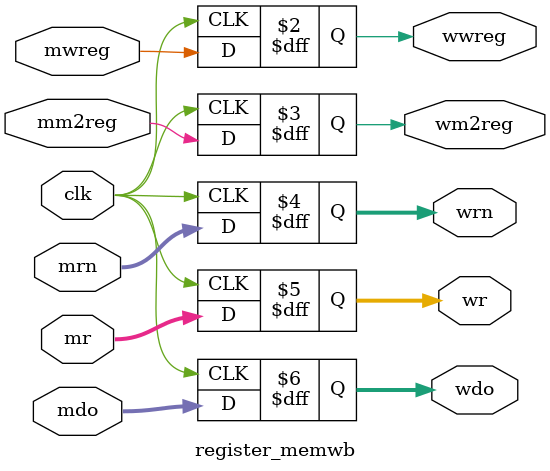
<source format=v>
`timescale 1ns / 1ps

module register_memwb(
    input clk,

    input mwreg, 
    input mm2reg, 
    input [4:0] mrn,
    input [31:0] mr,
    input [31:0] mdo,

    output reg wwreg, 
    output reg wm2reg, 
    output reg [4:0] wrn,
    output reg [31:0] wr,
    output reg [31:0] wdo
    );

    always @ (negedge clk) begin
        wwreg <= mwreg;
        wm2reg <= mm2reg;
        wrn <= mrn;
        wr <= mr;
        wdo <= mdo;
    end

endmodule
</source>
